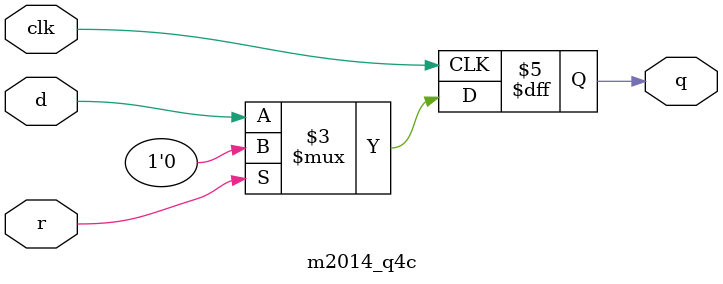
<source format=v>
module m2014_q4c(
	input clk,
	input d,
	input r,
	output reg q
);
	// DFF with active high synchronous reset
	always @(posedge clk) begin
		if (r)
			q <= 1'b0;
		else
			q <= d;
	end

endmodule

</source>
